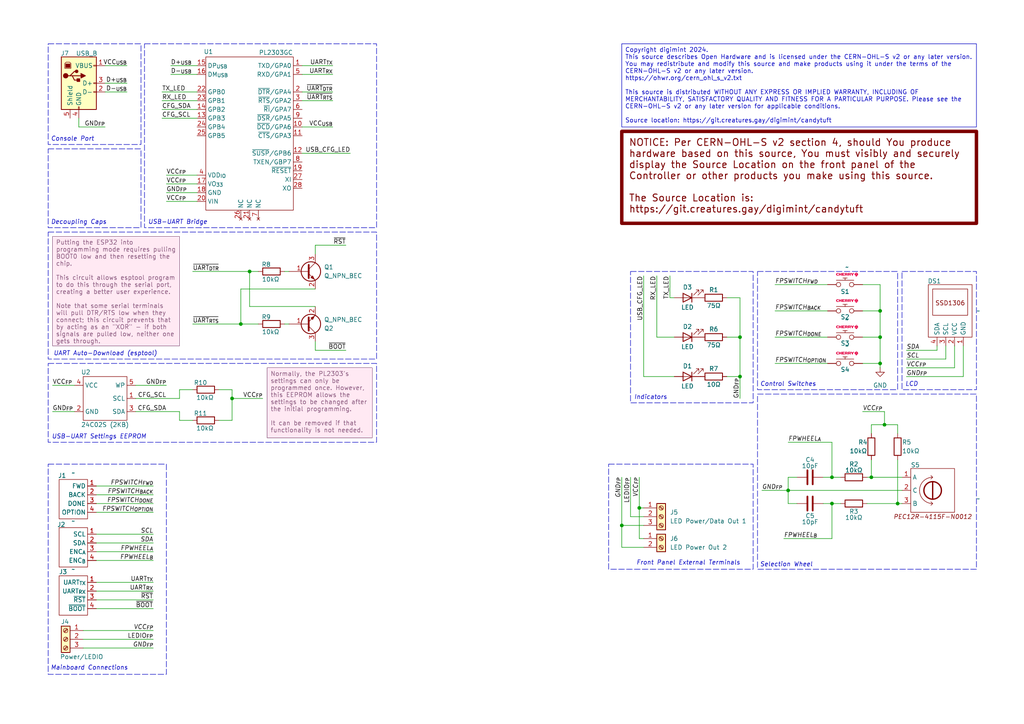
<source format=kicad_sch>
(kicad_sch (version 20231120) (generator "eeschema") (generator_version "8.0")
  (paper "A4")
  (title_block (title "Candytuft WS2811 Controller - Front Panel Board") (date "2024-10-08") (rev "1") (company "https://git.creatures.gay/digimint/candytuft") (comment 3 "Licensed under the CERN OHL-S v2") (comment 4 "Copyright 2024 digimint"))
  (lib_symbols
    (symbol "Cherry-Style-Keyswitch_1"
      (property "Reference" "S" (at 0 -1.778 0))
      (symbol "Cherry-Style-Keyswitch_1_1_1"
        (pin passive line (at -5.08 0 0) (length 2.54) (name "") (number ""))
        (pin passive line (at 5.08 0 180) (length 2.54) (name "") (number ""))
      )
    )
    (symbol "Connector:Screw_Terminal_01x02" (pin_names (offset 1.016) hide)
      (property "Reference" "J" (at 0 2.54 0))
      (property "Value" "Screw_Terminal_01x02" (at 0 -5.08 0))
      (symbol "Screw_Terminal_01x02_1_1"
        (pin passive line (at -5.08 0 0) (length 3.81) (name "Pin_1") (number "1"))
        (pin passive line (at -5.08 -2.54 0) (length 3.81) (name "Pin_2") (number "2"))
      )
    )
    (symbol "Connector:Screw_Terminal_01x03" (pin_names (offset 1.016) hide)
      (property "Reference" "J" (at 0 5.08 0))
      (property "Value" "Screw_Terminal_01x03" (at 0 -5.08 0))
      (symbol "Screw_Terminal_01x03_1_1"
        (pin passive line (at -5.08 2.54 0) (length 3.81) (name "Pin_1") (number "1"))
        (pin passive line (at -5.08 0 0) (length 3.81) (name "Pin_2") (number "2"))
        (pin passive line (at -5.08 -2.54 0) (length 3.81) (name "Pin_3") (number "3"))
      )
    )
    (symbol "Connector:USB_B" (pin_names (offset 1.016))
      (property "Reference" "J" (at -5.08 11.43 0))
      (property "Value" "USB_B" (at -5.08 8.89 0))
      (symbol "USB_B_1_1"
        (pin power_out line (at 7.62 5.08 180) (length 2.54) (name "VBUS") (number "1"))
        (pin bidirectional line (at 7.62 -2.54 180) (length 2.54) (name "D-") (number "2"))
        (pin bidirectional line (at 7.62 0 180) (length 2.54) (name "D+") (number "3"))
        (pin power_out line (at 0 -10.16 90) (length 2.54) (name "GND") (number "4"))
        (pin passive line (at -2.54 -10.16 90) (length 2.54) (name "Shield") (number "5"))
      )
    )
    (symbol "Device:C" (pin_numbers hide) (pin_names (offset 0.254))
      (property "Reference" "C" (at 0.635 2.54 0))
      (property "Value" "C" (at 0.635 -2.54 0))
      (symbol "C_1_1"
        (pin passive line (at 0 3.81 270) (length 2.794) (name "~") (number "1"))
        (pin passive line (at 0 -3.81 90) (length 2.794) (name "~") (number "2"))
      )
    )
    (symbol "Device:LED" (pin_numbers hide) (pin_names (offset 1.016) hide)
      (property "Reference" "D" (at 0 2.54 0))
      (property "Value" "LED" (at 0 -2.54 0))
      (symbol "LED_1_1"
        (pin passive line (at -3.81 0 0) (length 2.54) (name "K") (number "1"))
        (pin passive line (at 3.81 0 180) (length 2.54) (name "A") (number "2"))
      )
    )
    (symbol "Device:Q_NPN_BEC" (pin_names (offset 0) hide)
      (property "Reference" "Q" (at 5.08 1.27 0))
      (property "Value" "Q_NPN_BEC" (at 5.08 -1.27 0))
      (symbol "Q_NPN_BEC_1_1"
        (pin input line (at -5.08 0 0) (length 5.715) (name "B") (number "1"))
        (pin passive line (at 2.54 -5.08 90) (length 2.54) (name "E") (number "2"))
        (pin passive line (at 2.54 5.08 270) (length 2.54) (name "C") (number "3"))
      )
    )
    (symbol "Device:R" (pin_numbers hide) (pin_names (offset 0))
      (property "Reference" "R" (at 2.032 0 90))
      (property "Value" "R" (at 0 0 90))
      (symbol "R_1_1"
        (pin passive line (at 0 3.81 270) (length 1.27) (name "~") (number "1"))
        (pin passive line (at 0 -3.81 90) (length 1.27) (name "~") (number "2"))
      )
    )
    (symbol "candytuft:24C02S"
      (property "Reference" "U" (at -5.588 7.62 0))
      (symbol "24C02S_1_1"
        (pin open_collector line (at 8.89 0 180) (length 2.54) (name "SCL") (number "1"))
        (pin power_in line (at -8.89 -3.81 0) (length 2.54) (name "GND") (number "2"))
        (pin open_collector line (at 8.89 -3.81 180) (length 2.54) (name "SDA") (number "3"))
        (pin power_in line (at -8.89 3.81 0) (length 2.54) (name "VCC") (number "4"))
        (pin input line (at 8.89 3.81 180) (length 2.54) (name "WP") (number "5"))
      )
    )
    (symbol "candytuft:Cherry-Style-Keyswitch"
      (property "Reference" "S" (at 0 -1.778 0))
      (symbol "Cherry-Style-Keyswitch_1_1"
        (pin passive line (at -5.08 0 0) (length 2.54) (name "") (number ""))
        (pin passive line (at 5.08 0 180) (length 2.54) (name "") (number ""))
      )
    )
    (symbol "candytuft:FP-Keyswitch-Jack"
      (property "Reference" "J" (at -3.556 6.858 0))
      (symbol "FP-Keyswitch-Jack_1_1"
        (pin passive line (at 6.35 3.81 180) (length 2.54) (name "FWD") (number "1"))
        (pin passive line (at 6.35 1.27 180) (length 2.54) (name "BACK") (number "2"))
        (pin passive line (at 6.35 -1.27 180) (length 2.54) (name "DONE") (number "3"))
        (pin passive line (at 6.35 -3.81 180) (length 2.54) (name "OPTION") (number "4"))
      )
    )
    (symbol "candytuft:FP-LCD-Encoder-Jack"
      (property "Reference" "J" (at -3.81 6.604 0))
      (symbol "FP-LCD-Encoder-Jack_1_1"
        (pin bidirectional line (at 6.35 3.81 180) (length 2.54) (name "SCL") (number "1"))
        (pin bidirectional line (at 6.35 1.27 180) (length 2.54) (name "SDA") (number "2"))
        (pin passive line (at 6.35 -1.27 180) (length 2.54) (name "ENC_{A}") (number "3"))
        (pin passive line (at 6.35 -3.81 180) (length 2.54) (name "ENC_{B}") (number "4"))
      )
    )
    (symbol "candytuft:FP-UART-Jack"
      (property "Reference" "J" (at -3.556 6.858 0))
      (symbol "FP-UART-Jack_1_1"
        (pin input line (at 6.35 3.81 180) (length 2.54) (name "UART_{TX}") (number "1"))
        (pin output line (at 6.35 1.27 180) (length 2.54) (name "UART_{RX}") (number "2"))
        (pin input line (at 6.35 -1.27 180) (length 2.54) (name "~{RST}") (number "3"))
        (pin input line (at 6.35 -3.81 180) (length 2.54) (name "~{BOOT}") (number "4"))
      )
    )
    (symbol "candytuft:PEC12R-4115F-N0012"
      (property "Reference" "SW" (at -5.334 7.366 0))
      (symbol "PEC12R-4115F-N0012_1_1"
        (text "PEC12R-4115F-N0012" (at 0 -7.62 0) (effects (font (size 1.27 1.27) (italic yes))))
        (pin passive line (at -8.89 3.81 0) (length 2.54) (name "A") (number "1"))
        (pin passive line (at -8.89 0 0) (length 2.54) (name "C") (number "2"))
        (pin passive line (at -8.89 -3.81 0) (length 2.54) (name "B") (number "3"))
      )
    )
    (symbol "candytuft:PL2303GC"
      (property "Reference" "U" (at -11.938 7.874 0))
      (property "Value" "PL2303GC" (at 7.366 7.62 0))
      (symbol "PL2303GC_1_1"
        (pin output line (at 15.24 3.81 180) (length 2.54) (name "TXD/GPA0") (number "1"))
        (pin input line (at 15.24 -13.97 180) (length 2.54) (name "~{DCD}/GPA6") (number "10"))
        (pin input line (at 15.24 -16.51 180) (length 2.54) (name "~{CTS}/GPA3") (number "11"))
        (pin output line (at 15.24 -21.59 180) (length 2.54) (name "~{SUSP}/GPB6") (number "12"))
        (pin bidirectional line (at -15.24 -11.43 0) (length 2.54) (name "GPB3") (number "13"))
        (pin bidirectional line (at -15.24 -8.89 0) (length 2.54) (name "GPB2") (number "14"))
        (pin bidirectional line (at -15.24 3.81 0) (length 2.54) (name "DP_{USB}") (number "15"))
        (pin bidirectional line (at -15.24 1.27 0) (length 2.54) (name "DM_{USB}") (number "16"))
        (pin power_in line (at -15.24 -30.48 0) (length 2.54) (name "VO_{33}") (number "17"))
        (pin power_in line (at -15.24 -33.02 0) (length 2.54) (name "GND") (number "18"))
        (pin input line (at 15.24 -26.67 180) (length 2.54) (name "~{RESET}") (number "19"))
        (pin output line (at 15.24 -3.81 180) (length 2.54) (name "~{DTR}/GPA4") (number "2"))
        (pin power_in line (at -15.24 -35.56 0) (length 2.54) (name "VIN") (number "20"))
        (pin no_connect line (at 0 -40.64 90) (length 2.54) (name "NC") (number "21"))
        (pin bidirectional line (at -15.24 -3.81 0) (length 2.54) (name "GPB0") (number "22"))
        (pin bidirectional line (at -15.24 -6.35 0) (length 2.54) (name "GPB1") (number "23"))
        (pin bidirectional line (at -15.24 -13.97 0) (length 2.54) (name "GPB4") (number "24"))
        (pin bidirectional line (at -15.24 -16.51 0) (length 2.54) (name "GPB5") (number "25"))
        (pin no_connect line (at -2.54 -40.64 90) (length 2.54) (name "NC") (number "26"))
        (pin input line (at 15.24 -29.21 180) (length 2.54) (name "XI") (number "27"))
        (pin input line (at 15.24 -31.75 180) (length 2.54) (name "XO") (number "28"))
        (pin output line (at 15.24 -6.35 180) (length 2.54) (name "~{RTS}/GPA2") (number "3"))
        (pin power_in line (at -15.24 -27.94 0) (length 2.54) (name "VDD_{IO}") (number "4"))
        (pin input line (at 15.24 1.27 180) (length 2.54) (name "RXD/GPA1") (number "5"))
        (pin output line (at 15.24 -8.89 180) (length 2.54) (name "~{RI}/GPA7") (number "6"))
        (pin no_connect line (at 2.54 -40.64 90) (length 2.54) (name "NC") (number "7"))
        (pin bidirectional line (at 15.24 -24.13 180) (length 2.54) (name "TXEN/GBP7") (number "8"))
        (pin input line (at 15.24 -11.43 180) (length 2.54) (name "~{DSR}/GPA5") (number "9"))
      )
    )
    (symbol "candytuft:SSD1306_IIC_Connector"
      (property "Reference" "DS" (at -7.874 7.366 0))
      (symbol "SSD1306_IIC_Connector_1_1"
        (text "SSD1306" (at -3.556 0 900) (effects (font (size 1.27 1.27))))
        (pin power_in line (at 8.89 3.81 180) (length 2.54) (name "GND") (number "1"))
        (pin power_in line (at 8.89 1.27 180) (length 2.54) (name "VCC") (number "2"))
        (pin bidirectional line (at 8.89 -1.27 180) (length 2.54) (name "SCL") (number "3"))
        (pin bidirectional line (at 8.89 -3.81 180) (length 2.54) (name "SDA") (number "4"))
      )
    )
    (symbol "power:GND" (power) (pin_numbers hide) (pin_names (offset 0) hide)
      (property "Value" "GND" (at 0 -3.81 0))
      (symbol "GND_1_1"
        (pin power_in line (at 0 0 270) (length 0) (name "~") (number "1"))
      )
    )
  )
  (junction (at 252.73 138.43))
  (junction (at 69.85 93.98))
  (junction (at 255.27 90.17))
  (junction (at 180.34 152.4))
  (junction (at 72.39 78.74))
  (junction (at 67.31 115.57))
  (junction (at 185.42 147.32))
  (junction (at 255.27 97.79))
  (junction (at 241.3 138.43))
  (junction (at 214.63 97.79))
  (junction (at 256.54 123.19))
  (junction (at 255.27 105.41))
  (junction (at 260.35 146.05))
  (junction (at 214.63 109.22))
  (junction (at 241.3 146.05))
  (junction (at 228.6 142.24))
  (wire (pts (xy 255.27 82.55) (xy 255.27 90.17)))
  (wire (pts (xy 231.14 138.43) (xy 228.6 138.43)))
  (wire (pts (xy 39.37 115.57) (xy 52.07 115.57)))
  (wire (pts (xy 228.6 146.05) (xy 231.14 146.05)))
  (wire (pts (xy 15.24 111.76) (xy 21.59 111.76)))
  (wire (pts (xy 274.32 100.33) (xy 274.32 104.14)))
  (wire (pts (xy 27.94 146.05) (xy 44.45 146.05)))
  (wire (pts (xy 180.34 152.4) (xy 186.69 152.4)))
  (wire (pts (xy 69.85 83.82) (xy 69.85 93.98)))
  (wire (pts (xy 87.63 29.21) (xy 96.52 29.21)))
  (wire (pts (xy 214.63 109.22) (xy 214.63 115.57)))
  (wire (pts (xy 87.63 21.59) (xy 96.52 21.59)))
  (wire (pts (xy 180.34 152.4) (xy 180.34 158.75)))
  (wire (pts (xy 46.99 31.75) (xy 57.15 31.75)))
  (wire (pts (xy 260.35 133.35) (xy 260.35 146.05)))
  (wire (pts (xy 46.99 29.21) (xy 57.15 29.21)))
  (wire (pts (xy 49.53 19.05) (xy 57.15 19.05)))
  (wire (pts (xy 190.5 97.79) (xy 195.58 97.79)))
  (wire (pts (xy 48.26 111.76) (xy 39.37 111.76)))
  (wire (pts (xy 82.55 93.98) (xy 83.82 93.98)))
  (wire (pts (xy 44.45 173.99) (xy 27.94 173.99)))
  (wire (pts (xy 72.39 88.9) (xy 91.44 88.9)))
  (wire (pts (xy 24.13 185.42) (xy 44.45 185.42)))
  (wire (pts (xy 224.79 97.79) (xy 240.03 97.79)))
  (wire (pts (xy 27.94 171.45) (xy 44.45 171.45)))
  (wire (pts (xy 67.31 115.57) (xy 76.2 115.57)))
  (wire (pts (xy 260.35 123.19) (xy 260.35 125.73)))
  (wire (pts (xy 228.6 142.24) (xy 261.62 142.24)))
  (wire (pts (xy 69.85 83.82) (xy 91.44 83.82)))
  (wire (pts (xy 241.3 138.43) (xy 241.3 128.27)))
  (wire (pts (xy 52.07 121.92) (xy 55.88 121.92)))
  (wire (pts (xy 250.19 90.17) (xy 255.27 90.17)))
  (wire (pts (xy 190.5 80.01) (xy 190.5 97.79)))
  (wire (pts (xy 224.79 82.55) (xy 240.03 82.55)))
  (wire (pts (xy 46.99 26.67) (xy 57.15 26.67)))
  (wire (pts (xy 262.89 109.22) (xy 279.4 109.22)))
  (wire (pts (xy 241.3 138.43) (xy 243.84 138.43)))
  (wire (pts (xy 250.19 105.41) (xy 255.27 105.41)))
  (wire (pts (xy 182.88 138.43) (xy 182.88 149.86)))
  (wire (pts (xy 44.45 176.53) (xy 27.94 176.53)))
  (wire (pts (xy 228.6 138.43) (xy 228.6 142.24)))
  (wire (pts (xy 255.27 97.79) (xy 255.27 105.41)))
  (wire (pts (xy 30.48 36.83) (xy 22.86 36.83)))
  (wire (pts (xy 49.53 21.59) (xy 57.15 21.59)))
  (wire (pts (xy 210.82 109.22) (xy 214.63 109.22)))
  (wire (pts (xy 87.63 19.05) (xy 96.52 19.05)))
  (wire (pts (xy 238.76 138.43) (xy 241.3 138.43)))
  (wire (pts (xy 241.3 146.05) (xy 241.3 156.21)))
  (wire (pts (xy 55.88 93.98) (xy 69.85 93.98)))
  (wire (pts (xy 262.89 104.14) (xy 274.32 104.14)))
  (wire (pts (xy 101.6 44.45) (xy 87.63 44.45)))
  (wire (pts (xy 185.42 147.32) (xy 186.69 147.32)))
  (wire (pts (xy 48.26 58.42) (xy 57.15 58.42)))
  (wire (pts (xy 91.44 101.6) (xy 100.33 101.6)))
  (wire (pts (xy 180.34 158.75) (xy 186.69 158.75)))
  (wire (pts (xy 185.42 138.43) (xy 185.42 147.32)))
  (wire (pts (xy 180.34 152.4) (xy 180.34 138.43)))
  (wire (pts (xy 44.45 157.48) (xy 27.94 157.48)))
  (wire (pts (xy 255.27 105.41) (xy 255.27 106.68)))
  (wire (pts (xy 214.63 97.79) (xy 214.63 109.22)))
  (wire (pts (xy 22.86 36.83) (xy 22.86 34.29)))
  (wire (pts (xy 250.19 82.55) (xy 255.27 82.55)))
  (wire (pts (xy 24.13 187.96) (xy 44.45 187.96)))
  (wire (pts (xy 252.73 123.19) (xy 252.73 125.73)))
  (wire (pts (xy 250.19 97.79) (xy 255.27 97.79)))
  (wire (pts (xy 72.39 78.74) (xy 74.93 78.74)))
  (wire (pts (xy 252.73 138.43) (xy 261.62 138.43)))
  (wire (pts (xy 63.5 113.03) (xy 67.31 113.03)))
  (wire (pts (xy 224.79 90.17) (xy 240.03 90.17)))
  (wire (pts (xy 185.42 147.32) (xy 185.42 156.21)))
  (wire (pts (xy 67.31 113.03) (xy 67.31 115.57)))
  (wire (pts (xy 39.37 119.38) (xy 52.07 119.38)))
  (wire (pts (xy 256.54 123.19) (xy 260.35 123.19)))
  (wire (pts (xy 55.88 78.74) (xy 72.39 78.74)))
  (wire (pts (xy 185.42 156.21) (xy 186.69 156.21)))
  (wire (pts (xy 194.31 86.36) (xy 195.58 86.36)))
  (wire (pts (xy 186.69 109.22) (xy 195.58 109.22)))
  (wire (pts (xy 238.76 146.05) (xy 241.3 146.05)))
  (wire (pts (xy 30.48 24.13) (xy 36.83 24.13)))
  (wire (pts (xy 260.35 146.05) (xy 261.62 146.05)))
  (wire (pts (xy 67.31 115.57) (xy 67.31 121.92)))
  (wire (pts (xy 48.26 53.34) (xy 57.15 53.34)))
  (wire (pts (xy 228.6 128.27) (xy 241.3 128.27)))
  (wire (pts (xy 52.07 115.57) (xy 52.07 113.03)))
  (wire (pts (xy 262.89 101.6) (xy 271.78 101.6)))
  (wire (pts (xy 52.07 113.03) (xy 55.88 113.03)))
  (wire (pts (xy 228.6 142.24) (xy 228.6 146.05)))
  (wire (pts (xy 251.46 138.43) (xy 252.73 138.43)))
  (wire (pts (xy 27.94 168.91) (xy 44.45 168.91)))
  (wire (pts (xy 210.82 86.36) (xy 214.63 86.36)))
  (wire (pts (xy 67.31 121.92) (xy 63.5 121.92)))
  (wire (pts (xy 72.39 78.74) (xy 72.39 88.9)))
  (wire (pts (xy 91.44 71.12) (xy 100.33 71.12)))
  (wire (pts (xy 44.45 154.94) (xy 27.94 154.94)))
  (wire (pts (xy 48.26 55.88) (xy 57.15 55.88)))
  (wire (pts (xy 250.19 119.38) (xy 256.54 119.38)))
  (wire (pts (xy 251.46 146.05) (xy 260.35 146.05)))
  (wire (pts (xy 91.44 99.06) (xy 91.44 101.6)))
  (wire (pts (xy 210.82 97.79) (xy 214.63 97.79)))
  (wire (pts (xy 15.24 119.38) (xy 21.59 119.38)))
  (wire (pts (xy 252.73 123.19) (xy 256.54 123.19)))
  (wire (pts (xy 224.79 105.41) (xy 240.03 105.41)))
  (wire (pts (xy 24.13 182.88) (xy 44.45 182.88)))
  (wire (pts (xy 69.85 93.98) (xy 74.93 93.98)))
  (wire (pts (xy 27.94 140.97) (xy 44.45 140.97)))
  (wire (pts (xy 91.44 73.66) (xy 91.44 71.12)))
  (wire (pts (xy 271.78 100.33) (xy 271.78 101.6)))
  (wire (pts (xy 36.83 19.05) (xy 30.48 19.05)))
  (wire (pts (xy 214.63 86.36) (xy 214.63 97.79)))
  (wire (pts (xy 96.52 36.83) (xy 87.63 36.83)))
  (wire (pts (xy 252.73 133.35) (xy 252.73 138.43)))
  (wire (pts (xy 186.69 80.01) (xy 186.69 109.22)))
  (wire (pts (xy 241.3 146.05) (xy 243.84 146.05)))
  (wire (pts (xy 262.89 106.68) (xy 276.86 106.68)))
  (wire (pts (xy 52.07 119.38) (xy 52.07 121.92)))
  (wire (pts (xy 227.33 156.21) (xy 241.3 156.21)))
  (wire (pts (xy 44.45 160.02) (xy 27.94 160.02)))
  (wire (pts (xy 276.86 100.33) (xy 276.86 106.68)))
  (wire (pts (xy 44.45 162.56) (xy 27.94 162.56)))
  (wire (pts (xy 228.6 142.24) (xy 220.98 142.24)))
  (wire (pts (xy 36.83 26.67) (xy 30.48 26.67)))
  (wire (pts (xy 255.27 90.17) (xy 255.27 97.79)))
  (wire (pts (xy 46.99 34.29) (xy 57.15 34.29)))
  (wire (pts (xy 256.54 123.19) (xy 256.54 119.38)))
  (wire (pts (xy 48.26 50.8) (xy 57.15 50.8)))
  (wire (pts (xy 182.88 149.86) (xy 186.69 149.86)))
  (wire (pts (xy 82.55 78.74) (xy 83.82 78.74)))
  (wire (pts (xy 27.94 143.51) (xy 44.45 143.51)))
  (wire (pts (xy 194.31 80.01) (xy 194.31 86.36)))
  (wire (pts (xy 27.94 148.59) (xy 44.45 148.59)))
  (wire (pts (xy 87.63 26.67) (xy 96.52 26.67)))
  (wire (pts (xy 279.4 100.33) (xy 279.4 109.22)))
  (rectangle (start 13.97 105.41) (end 109.22 128.27) (stroke (width 0) (type dash)))
  (rectangle (start 13.97 12.7) (end 40.894 41.91) (stroke (width 0) (type dash)))
  (rectangle (start 219.71 78.74) (end 260.35 113.03) (stroke (width 0) (type dash)))
  (rectangle (start 219.71 114.3) (end 283.21 165.1) (stroke (width 0) (type dash)))
  (rectangle (start 13.97 67.31) (end 109.22 104.14) (stroke (width 0) (type dash)))
  (rectangle (start 13.97 43.18) (end 40.894 66.04) (stroke (width 0) (type dash)))
  (rectangle (start 13.97 134.62) (end 48.26 195.58) (stroke (width 0) (type dash)))
  (rectangle (start 176.53 134.62) (end 218.44 165.1) (stroke (width 0) (type dash)))
  (rectangle (start 261.62 78.74) (end 283.21 113.03) (stroke (width 0) (type dash)))
  (rectangle (start 41.91 12.7) (end 109.22 66.04) (stroke (width 0) (type dash)))
  (rectangle (start 182.88 78.74) (end 218.44 116.84) (stroke (width 0) (type dash)))
  (text_box "Putting the ESP32 into programming mode requires pulling BOOT0 low and then resetting the chip.\n\nThis circuit allows esptool program to do this through the serial port, creating a better user experience.\n\nNote that some serial terminals will pull DTR/RTS low when they connect; this circuit prevents that by acting as an \"XOR\" - if both signals are pulled low, neither one gets through." (at 15.24 68.58 0) (size 36.83 31.75) (stroke (width 0) (color 136 87 125 1)) (fill (type color) (color 255 233 243 1)) (effects (font (size 1.27 1.27)) (justify left top)))
  (text_box "NOTICE: Per CERN-OHL-S v2 section 4, should You produce hardware based on this source, You must visibly and securely display the Source Location on the front panel of the Controller or other products you make using this source.\n\nThe Source Location is:\nhttps://git.creatures.gay/digimint/candytuft" (at 180.34 38.1 0) (size 102.87 26.67) (stroke (width 1) (color 122 0 0 1)) (effects (font (size 2 2) (thickness 0.254) (bold yes)) (justify left top)))
  (text_box "Normally, the PL2303's settings can only be programmed once. However, this EEPROM allows the settings to be changed after the initial programming.\n\nIt can be removed if that functionality is not needed." (at 77.47 106.68 0) (size 30.48 20.32) (stroke (width 0) (color 136 87 125 1)) (fill (type color) (color 255 233 243 1)) (effects (font (size 1.27 1.27)) (justify left top)))
  (text_box "Copyright digimint 2024.\nThis source describes Open Hardware and is licensed under the CERN-OHL-S v2 or any later version.\nYou may redistribute and modify this source and make products using it under the terms of the CERN-OHL-S v2 or any later version.\nhttps://ohwr.org/cern_ohl_s_v2.txt\n\nThis source is distributed WITHOUT ANY EXPRESS OR IMPLIED WARRANTY, INCLUDING OF MERCHANTABILITY, SATISFACTORY QUALITY AND FITNESS FOR A PARTICULAR PURPOSE. Please see the CERN-OHL-S v2 or any later version for applicable conditions.\n\nSource location: https://git.creatures.gay/digimint/candytuft" (at 180.34 12.7 0) (size 102.87 24.13) (effects (font (size 1.27 1.27)) (justify left top)))
  (text "LCD" (at 264.414 111.506 0) (effects (font (size 1.27 1.27) (italic yes))))
  (text "Decoupling Caps" (at 14.732 64.516 0) (effects (font (size 1.27 1.27) (italic yes)) (justify left)))
  (text "Console Port" (at 14.732 40.386 0) (effects (font (size 1.27 1.27) (italic yes)) (justify left)))
  (text "Front Panel External Terminals" (at 199.644 163.322 0) (effects (font (size 1.27 1.27) (italic yes))))
  (text "USB-UART Bridge" (at 42.926 64.516 0) (effects (font (size 1.27 1.27) (italic yes)) (justify left)))
  (text "UART Auto-Download (esptool)" (at 15.494 102.616 0) (effects (font (size 1.27 1.27) (italic yes)) (justify left)))
  (text "USB-UART Settings EEPROM" (at 14.986 126.746 0) (effects (font (size 1.27 1.27) (italic yes)) (justify left)))
  (text "Selection Wheel" (at 228.092 163.83 0) (effects (font (size 1.27 1.27) (italic yes))))
  (text "Mainboard Connections" (at 25.908 193.802 0) (effects (font (size 1.27 1.27) (italic yes))))
  (text "Indicators" (at 188.722 115.316 0) (effects (font (size 1.27 1.27) (italic yes))))
  (text "Control Switches" (at 228.6 111.506 0) (effects (font (size 1.27 1.27) (italic yes))))
  (label "VCC_{FP}" (at 185.42 138.43 270) (effects (font (italic yes))))
  (label "CFG_SCL" (at 48.26 115.57 180))
  (label "~{UART_{RTS}}" (at 96.52 29.21 180))
  (label "UART_{RX}" (at 96.52 21.59 180))
  (label "FPSWITCH_{OPTION}" (at 44.45 148.59 180) (effects (font (italic yes))))
  (label "~{BOOT}" (at 100.33 101.6 180))
  (label "FPSWITCH_{FWD}" (at 44.45 140.97 180) (effects (font (italic yes))))
  (label "FPWHEEL_{A}" (at 44.45 160.02 180) (effects (font (italic yes))))
  (label "GND_{FP}" (at 214.63 115.57 90))
  (label "VCC_{FP}" (at 76.2 115.57 180))
  (label "VCC_{FP}" (at 48.26 50.8 0))
  (label "GND_{FP}" (at 44.45 187.96 180) (effects (font (italic yes))))
  (label "FPSWITCH_{FWD}" (at 224.79 82.55 0) (effects (font (italic yes))))
  (label "FPWHEEL_{B}" (at 44.45 162.56 180) (effects (font (italic yes))))
  (label "GND_{FP}" (at 48.26 111.76 180))
  (label "~{UART_{RTS}}" (at 55.88 93.98 0))
  (label "VCC_{FP}" (at 48.26 53.34 0))
  (label "FPWHEEL_{A}" (at 228.6 128.27 0) (effects (font (italic yes))))
  (label "VCC_{USB}" (at 36.83 19.05 180))
  (label "FPSWITCH_{BACK}" (at 44.45 143.51 180) (effects (font (italic yes))))
  (label "CFG_SDA" (at 46.99 31.75 0))
  (label "FPSWITCH_{OPTION}" (at 224.79 105.41 0) (effects (font (italic yes))))
  (label "FPSWITCH_{DONE}" (at 44.45 146.05 180) (effects (font (italic yes))))
  (label "LEDIO_{FP}" (at 44.45 185.42 180))
  (label "FPSWITCH_{BACK}" (at 224.79 90.17 0) (effects (font (italic yes))))
  (label "D+_{USB}" (at 36.83 24.13 180))
  (label "CFG_SCL" (at 46.99 34.29 0))
  (label "UART_{TX}" (at 96.52 19.05 180))
  (label "VCC_{USB}" (at 96.52 36.83 180))
  (label "SCL" (at 44.45 154.94 180) (effects (font (italic yes))))
  (label "D+_{USB}" (at 49.53 19.05 0))
  (label "UART_{RX}" (at 44.45 171.45 180))
  (label "VCC_{FP}" (at 262.89 106.68 0) (effects (font (italic yes))))
  (label "D-_{USB}" (at 36.83 26.67 180))
  (label "VCC_{FP}" (at 250.19 119.38 0) (effects (font (italic yes))))
  (label "VCC_{FP}" (at 48.26 58.42 0))
  (label "FPWHEEL_{B}" (at 227.33 156.21 0) (effects (font (italic yes))))
  (label "GND_{FP}" (at 262.89 109.22 0) (effects (font (italic yes))))
  (label "~{UART_{DTR}}" (at 96.52 26.67 180))
  (label "VCC_{FP}" (at 44.45 182.88 180) (effects (font (italic yes))))
  (label "SDA" (at 262.89 101.6 0) (effects (font (italic yes))))
  (label "FPSWITCH_{DONE}" (at 224.79 97.79 0) (effects (font (italic yes))))
  (label "TX_LED" (at 194.31 80.01 270))
  (label "~{RST}" (at 100.33 71.12 180))
  (label "RX_LED" (at 46.99 29.21 0))
  (label "USB_CFG_LED" (at 186.69 80.01 270))
  (label "GND_{FP}" (at 180.34 138.43 270) (effects (font (italic yes))))
  (label "SCL" (at 262.89 104.14 0) (effects (font (italic yes))))
  (label "GND_{FP}" (at 48.26 55.88 0))
  (label "GND_{FP}" (at 220.98 142.24 0) (effects (font (italic yes))))
  (label "D-_{USB}" (at 49.53 21.59 0))
  (label "VCC_{FP}" (at 15.24 111.76 0))
  (label "SDA" (at 44.45 157.48 180) (effects (font (italic yes))))
  (label "CFG_SDA" (at 48.26 119.38 180))
  (label "GND_{FP}" (at 30.48 36.83 180))
  (label "LEDIO_{FP}" (at 182.88 138.43 270))
  (label "~{BOOT}" (at 44.45 176.53 180))
  (label "~{RST}" (at 44.45 173.99 180))
  (label "GND_{FP}" (at 15.24 119.38 0))
  (label "UART_{TX}" (at 44.45 168.91 180))
  (label "USB_CFG_LED" (at 101.6 44.45 180))
  (label "RX_LED" (at 190.5 80.01 270))
  (label "~{UART_{DTR}}" (at 55.88 78.74 0))
  (label "TX_LED" (at 46.99 26.67 0))
  (symbol (lib_id "Device:R") (at 59.69 113.03 90) (unit 1)
    (property "Reference" "R10" (at 58.166 110.998 90))
    (property "Value" "10kΩ" (at 56.896 115.316 90) (effects (justify right)))
    (property "Footprint" "Resistor_SMD:R_0805_2012Metric" (effects (hide yes)))
    (property "Description" "Resistor" (effects (hide yes)))
  )
  (symbol (lib_id "Device:LED") (at 199.39 86.36 180) (unit 1)
    (property "Reference" "D3" (at 199.39 83.312 0))
    (property "Value" "LED" (at 199.39 89.154 0))
    (property "Footprint" "LED_THT:LED_D5.0mm_Clear" (effects (hide yes)))
    (property "Description" "Light emitting diode" (effects (hide yes)))
  )
  (symbol (lib_id "Device:Q_NPN_BEC") (at 88.9 78.74 0) (unit 1)
    (property "Reference" "Q1" (at 93.98 77.4699 0) (effects (justify left)))
    (property "Value" "Q_NPN_BEC" (at 93.98 80.0099 0) (effects (justify left)))
    (property "Description" "NPN transistor, base/emitter/collector" (effects (hide yes)))
  )
  (symbol (lib_id "Device:R") (at 59.69 121.92 90) (unit 1)
    (property "Reference" "R11" (at 58.166 119.888 90))
    (property "Value" "10kΩ" (at 56.896 124.206 90) (effects (justify right)))
    (property "Footprint" "Resistor_SMD:R_0805_2012Metric" (effects (hide yes)))
    (property "Description" "Resistor" (effects (hide yes)))
  )
  (symbol (lib_name "Cherry-Style-Keyswitch_1") (lib_id "candytuft:Cherry-Style-Keyswitch") (at 245.11 97.79 0) (unit 1)
    (property "Reference" "S3" (at 245.11 99.568 0))
    (property "Value" "~" (at 245.6855 92.71 0))
    (property "Footprint" "PCM_Switch_Keyboard_Hotswap_Kailh:SW_Hotswap_Kailh_MX_1.00u" (effects (hide yes)))
    (property "Description" "A keyboard switch in the style of Cherry MX." (effects (hide yes)))
  )
  (symbol (lib_id "candytuft:Cherry-Style-Keyswitch") (at 245.11 82.55 0) (unit 1)
    (property "Reference" "S1" (at 245.11 84.582 0))
    (property "Value" "~" (at 245.6855 77.47 0))
    (property "Footprint" "PCM_Switch_Keyboard_Hotswap_Kailh:SW_Hotswap_Kailh_MX_1.00u" (effects (hide yes)))
    (property "Description" "A keyboard switch in the style of Cherry MX." (effects (hide yes)))
  )
  (symbol (lib_id "Device:LED") (at 199.39 97.79 180) (unit 1)
    (property "Reference" "D2" (at 199.39 94.742 0))
    (property "Value" "LED" (at 199.39 100.584 0))
    (property "Footprint" "LED_THT:LED_D5.0mm_Clear" (effects (hide yes)))
    (property "Description" "Light emitting diode" (effects (hide yes)))
  )
  (symbol (lib_id "candytuft:PL2303GC") (at 72.39 22.86 0) (unit 1)
    (property "Reference" "U1" (at 60.452 14.986 0))
    (property "Value" "PL2303GC" (at 80.01 15.24 0))
    (property "Description" "USB-UART Bridge" (effects (hide yes)))
  )
  (symbol (lib_id "Device:LED") (at 199.39 109.22 180) (unit 1)
    (property "Reference" "D1" (at 199.39 106.172 0))
    (property "Value" "LED" (at 199.39 112.014 0))
    (property "Footprint" "LED_THT:LED_D5.0mm_Clear" (effects (hide yes)))
    (property "Description" "Light emitting diode" (effects (hide yes)))
  )
  (symbol (lib_id "Device:R") (at 78.74 78.74 90) (unit 1)
    (property "Reference" "R8" (at 77.216 76.708 90))
    (property "Value" "10kΩ" (at 75.946 81.026 90) (effects (justify right)))
    (property "Footprint" "Resistor_SMD:R_0805_2012Metric" (effects (hide yes)))
    (property "Description" "Resistor" (effects (hide yes)))
  )
  (symbol (lib_id "Device:Q_NPN_BEC") (at 88.9 93.98 0) (mirror x) (unit 1)
    (property "Reference" "Q2" (at 93.98 95.2501 0) (effects (justify left)))
    (property "Value" "Q_NPN_BEC" (at 93.98 92.7101 0) (effects (justify left)))
    (property "Description" "NPN transistor, base/emitter/collector" (effects (hide yes)))
  )
  (symbol (lib_id "Device:R") (at 207.01 86.36 90) (unit 1)
    (property "Reference" "R1" (at 207.01 84.074 90))
    (property "Value" "75Ω" (at 207.01 88.646 90))
    (property "Footprint" "Resistor_SMD:R_0603_1608Metric" (effects (hide yes)))
    (property "Description" "Resistor" (effects (hide yes)))
    (property "Part No." "0603WAF750JT5E" (effects (hide yes)))
  )
  (symbol (lib_id "Device:R") (at 260.35 129.54 0) (unit 1)
    (property "Reference" "R5" (at 261.62 128.27 0) (effects (justify left)))
    (property "Value" "10kΩ" (at 261.62 130.81 0) (effects (justify left)))
    (property "Footprint" "Resistor_SMD:R_0805_2012Metric" (effects (hide yes)))
    (property "Description" "Resistor" (effects (hide yes)))
  )
  (symbol (lib_id "candytuft:PEC12R-4115F-N0012") (at 270.51 142.24 0) (unit 1)
    (property "Reference" "S5" (at 264.16 134.874 0) (effects (justify left)))
    (property "Value" "~" (at 283.21 144.6558 0) (effects (justify left)))
    (property "Description" "Rotary Encoder" (effects (hide yes)))
  )
  (symbol (lib_id "Device:R") (at 247.65 146.05 90) (unit 1)
    (property "Reference" "R3" (at 247.65 148.336 90))
    (property "Value" "10kΩ" (at 247.65 150.114 90))
    (property "Footprint" "Resistor_SMD:R_0805_2012Metric" (effects (hide yes)))
    (property "Description" "Resistor" (effects (hide yes)))
  )
  (symbol (lib_id "Connector:Screw_Terminal_01x02") (at 191.77 156.21 0) (unit 1)
    (property "Reference" "J6" (at 194.31 156.2099 0) (effects (justify left)))
    (property "Value" "LED Power Out 2" (at 194.31 158.7499 0) (effects (justify left)))
    (property "Description" "Generic screw terminal, single row, 01x02, script generated (kicad-library-utils/schlib/autogen/connector/)" (effects (hide yes)))
  )
  (symbol (lib_id "candytuft:SSD1306_IIC_Connector") (at 275.59 91.44 270) (unit 1)
    (property "Reference" "DS1" (at 271.018 81.534 90))
    (property "Value" "~" (at 283.21 90.17 90) (effects (justify left)))
  )
  (symbol (lib_id "candytuft:FP-LCD-Encoder-Jack") (at 21.59 158.75 0) (unit 1)
    (property "Reference" "J2" (at 17.78 152.146 0))
    (property "Value" "~" (at 21.2725 151.13 0))
  )
  (symbol (lib_id "Connector:Screw_Terminal_01x03") (at 191.77 149.86 0) (unit 1)
    (property "Reference" "J5" (at 194.31 148.5899 0) (effects (justify left)))
    (property "Value" "LED Power/Data Out 1" (at 194.31 151.1299 0) (effects (justify left)))
    (property "Description" "Generic screw terminal, single row, 01x03, script generated (kicad-library-utils/schlib/autogen/connector/)" (effects (hide yes)))
  )
  (symbol (lib_id "Device:R") (at 207.01 109.22 90) (unit 1)
    (property "Reference" "R7" (at 207.01 106.934 90))
    (property "Value" "10Ω" (at 207.01 111.506 90))
    (property "Footprint" "Resistor_SMD:R_0805_2012Metric" (effects (hide yes)))
    (property "Description" "Resistor" (effects (hide yes)))
    (property "Part No" "0805W8F100JT5E" (effects (hide yes)))
  )
  (symbol (lib_id "Device:C") (at 234.95 146.05 90) (unit 1)
    (property "Reference" "C5" (at 234.95 149.606 90))
    (property "Value" "10pF" (at 234.95 151.384 90))
    (property "Description" "Unpolarized capacitor" (effects (hide yes)))
  )
  (symbol (lib_id "Device:R") (at 78.74 93.98 90) (unit 1)
    (property "Reference" "R9" (at 77.216 91.948 90))
    (property "Value" "10kΩ" (at 75.946 96.266 90) (effects (justify right)))
    (property "Footprint" "Resistor_SMD:R_0805_2012Metric" (effects (hide yes)))
    (property "Description" "Resistor" (effects (hide yes)))
  )
  (symbol (lib_id "candytuft:FP-Keyswitch-Jack") (at 21.59 144.78 0) (unit 1)
    (property "Reference" "J1" (at 18.034 137.922 0))
    (property "Value" "~" (at 21.2725 137.16 0))
  )
  (symbol (lib_id "candytuft:FP-UART-Jack") (at 21.59 172.72 0) (unit 1)
    (property "Reference" "J3" (at 18.288 165.862 0))
    (property "Value" "~" (at 21.2725 165.1 0))
  )
  (symbol (lib_name "Cherry-Style-Keyswitch_1") (lib_id "candytuft:Cherry-Style-Keyswitch") (at 245.11 105.41 0) (unit 1)
    (property "Reference" "S4" (at 245.11 107.188 0))
    (property "Value" "~" (at 245.6855 100.33 0))
    (property "Footprint" "PCM_Switch_Keyboard_Hotswap_Kailh:SW_Hotswap_Kailh_MX_1.00u" (effects (hide yes)))
    (property "Description" "A keyboard switch in the style of Cherry MX." (effects (hide yes)))
  )
  (symbol (lib_id "candytuft:24C02S") (at 30.48 115.57 0) (unit 1)
    (property "Reference" "U2" (at 24.892 107.95 0))
    (property "Value" "24C02S (2KB)" (at 30.48 123.19 0))
  )
  (symbol (lib_id "Device:R") (at 207.01 97.79 90) (unit 1)
    (property "Reference" "R6" (at 207.01 95.504 90))
    (property "Value" "75Ω" (at 207.01 100.076 90))
    (property "Footprint" "Resistor_SMD:R_0603_1608Metric" (effects (hide yes)))
    (property "Description" "Resistor" (effects (hide yes)))
    (property "Part No" "0603WAF750JT5E" (effects (hide yes)))
  )
  (symbol (lib_id "Device:C") (at 234.95 138.43 90) (unit 1)
    (property "Reference" "C4" (at 234.95 133.35 90))
    (property "Value" "10pF" (at 234.95 135.128 90))
    (property "Description" "Unpolarized capacitor" (effects (hide yes)))
  )
  (symbol (lib_id "Device:R") (at 247.65 138.43 90) (unit 1)
    (property "Reference" "R2" (at 247.65 134.62 90))
    (property "Value" "10kΩ" (at 247.65 136.398 90))
    (property "Footprint" "Resistor_SMD:R_0805_2012Metric" (effects (hide yes)))
    (property "Description" "Resistor" (effects (hide yes)))
  )
  (symbol (lib_name "Cherry-Style-Keyswitch_1") (lib_id "candytuft:Cherry-Style-Keyswitch") (at 245.11 90.17 0) (unit 1)
    (property "Reference" "S2" (at 245.11 91.948 0))
    (property "Value" "~" (at 245.6855 85.09 0))
    (property "Footprint" "PCM_Switch_Keyboard_Hotswap_Kailh:SW_Hotswap_Kailh_MX_1.00u" (effects (hide yes)))
    (property "Description" "A keyboard switch in the style of Cherry MX." (effects (hide yes)))
  )
  (symbol (lib_id "Connector:USB_B") (at 22.86 24.13 0) (unit 1)
    (property "Reference" "J7" (at 18.796 15.494 0))
    (property "Value" "USB_B" (at 25.146 15.494 0))
    (property "Datasheet" " ~" (effects (hide yes)))
    (property "Description" "USB Type B connector" (effects (hide yes)))
  )
  (symbol (lib_id "Device:R") (at 252.73 129.54 0) (unit 1)
    (property "Reference" "R4" (at 248.92 128.27 0) (effects (justify left)))
    (property "Value" "10kΩ" (at 246.38 130.81 0) (effects (justify left)))
    (property "Footprint" "Resistor_SMD:R_0805_2012Metric" (effects (hide yes)))
    (property "Description" "Resistor" (effects (hide yes)))
  )
  (symbol (lib_id "power:GND") (at 255.27 106.68 0) (unit 1)
    (property "Reference" "#PWR012" (effects (hide yes)))
    (property "Value" "GND" (at 255.27 111.76 0))
    (property "Description" "Power symbol creates a global label with name \"GND\" , ground" (effects (hide yes)))
  )
  (symbol (lib_id "Connector:Screw_Terminal_01x03") (at 19.05 185.42 0) (mirror y) (unit 1)
    (property "Reference" "J4" (at 20.066 180.34 0) (effects (justify left)))
    (property "Value" "Power/LEDIO" (at 29.972 190.5 0) (effects (justify left)))
    (property "Description" "Generic screw terminal, single row, 01x03, script generated (kicad-library-utils/schlib/autogen/connector/)" (effects (hide yes)))
  )
)
</source>
